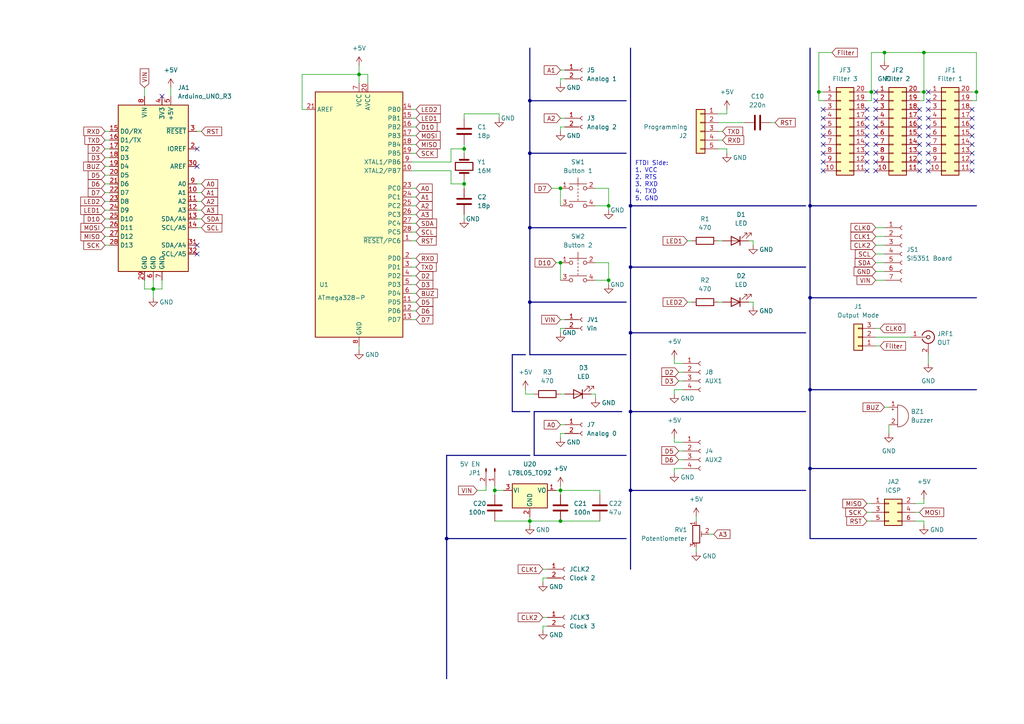
<source format=kicad_sch>
(kicad_sch (version 20211123) (generator eeschema)
  (paper "A4")
  (lib_symbols
    (symbol "Connector:Conn_01x02_Female" (pin_names (offset 1.016) hide)
      (property "Reference" "J" (at 0 2.54 0))
      (property "Value" "Conn_01x02_Female" (at 0 -5.08 0))
      (symbol "Conn_01x02_Female_1_1"
        (pin passive line (at -5.08 0 0) (length 3.81) (name "Pin_1") (number "1"))
        (pin passive line (at -5.08 -2.54 0) (length 3.81) (name "Pin_2") (number "2"))
      )
    )
    (symbol "Connector:Conn_01x02_Male" (pin_names (offset 1.016) hide)
      (property "Reference" "J" (at 0 2.54 0))
      (property "Value" "Conn_01x02_Male" (at 0 -5.08 0))
      (symbol "Conn_01x02_Male_1_1"
        (pin passive line (at 5.08 0 180) (length 3.81) (name "Pin_1") (number "1"))
        (pin passive line (at 5.08 -2.54 180) (length 3.81) (name "Pin_2") (number "2"))
      )
    )
    (symbol "Connector:Conn_01x04_Female" (pin_names (offset 1.016) hide)
      (property "Reference" "J" (at 0 5.08 0))
      (property "Value" "Conn_01x04_Female" (at 0 -7.62 0))
      (symbol "Conn_01x04_Female_1_1"
        (pin passive line (at -5.08 2.54 0) (length 3.81) (name "Pin_1") (number "1"))
        (pin passive line (at -5.08 0 0) (length 3.81) (name "Pin_2") (number "2"))
        (pin passive line (at -5.08 -2.54 0) (length 3.81) (name "Pin_3") (number "3"))
        (pin passive line (at -5.08 -5.08 0) (length 3.81) (name "Pin_4") (number "4"))
      )
    )
    (symbol "Connector:Conn_01x07_Female" (pin_names (offset 1.016) hide)
      (property "Reference" "J" (at 0 10.16 0))
      (property "Value" "Conn_01x07_Female" (at 0 -10.16 0))
      (symbol "Conn_01x07_Female_1_1"
        (pin passive line (at -5.08 7.62 0) (length 3.81) (name "Pin_1") (number "1"))
        (pin passive line (at -5.08 5.08 0) (length 3.81) (name "Pin_2") (number "2"))
        (pin passive line (at -5.08 2.54 0) (length 3.81) (name "Pin_3") (number "3"))
        (pin passive line (at -5.08 0 0) (length 3.81) (name "Pin_4") (number "4"))
        (pin passive line (at -5.08 -2.54 0) (length 3.81) (name "Pin_5") (number "5"))
        (pin passive line (at -5.08 -5.08 0) (length 3.81) (name "Pin_6") (number "6"))
        (pin passive line (at -5.08 -7.62 0) (length 3.81) (name "Pin_7") (number "7"))
      )
    )
    (symbol "Connector:Conn_Coaxial" (pin_names (offset 1.016) hide)
      (property "Reference" "J" (at 0.254 3.048 0))
      (property "Value" "Conn_Coaxial" (at 2.921 0 90))
      (symbol "Conn_Coaxial_1_1"
        (pin passive line (at -5.08 0 0) (length 2.54) (name "In") (number "1"))
        (pin passive line (at 0 -5.08 90) (length 2.54) (name "Ext") (number "2"))
      )
    )
    (symbol "Connector_Generic:Conn_01x03" (pin_names (offset 1.016) hide)
      (property "Reference" "J" (at 0 5.08 0))
      (property "Value" "Conn_01x03" (at 0 -5.08 0))
      (symbol "Conn_01x03_1_1"
        (pin passive line (at -5.08 2.54 0) (length 3.81) (name "Pin_1") (number "1"))
        (pin passive line (at -5.08 0 0) (length 3.81) (name "Pin_2") (number "2"))
        (pin passive line (at -5.08 -2.54 0) (length 3.81) (name "Pin_3") (number "3"))
      )
    )
    (symbol "Connector_Generic:Conn_01x05" (pin_names (offset 1.016) hide)
      (property "Reference" "J" (at 0 7.62 0))
      (property "Value" "Conn_01x05" (at 0 -7.62 0))
      (symbol "Conn_01x05_1_1"
        (pin passive line (at -5.08 5.08 0) (length 3.81) (name "Pin_1") (number "1"))
        (pin passive line (at -5.08 2.54 0) (length 3.81) (name "Pin_2") (number "2"))
        (pin passive line (at -5.08 0 0) (length 3.81) (name "Pin_3") (number "3"))
        (pin passive line (at -5.08 -2.54 0) (length 3.81) (name "Pin_4") (number "4"))
        (pin passive line (at -5.08 -5.08 0) (length 3.81) (name "Pin_5") (number "5"))
      )
    )
    (symbol "Connector_Generic:Conn_02x03_Odd_Even" (pin_names (offset 1.016) hide)
      (property "Reference" "J" (at 1.27 5.08 0))
      (property "Value" "Conn_02x03_Odd_Even" (at 1.27 -5.08 0))
      (symbol "Conn_02x03_Odd_Even_1_1"
        (pin passive line (at -5.08 2.54 0) (length 3.81) (name "Pin_1") (number "1"))
        (pin passive line (at 7.62 2.54 180) (length 3.81) (name "Pin_2") (number "2"))
        (pin passive line (at -5.08 0 0) (length 3.81) (name "Pin_3") (number "3"))
        (pin passive line (at 7.62 0 180) (length 3.81) (name "Pin_4") (number "4"))
        (pin passive line (at -5.08 -2.54 0) (length 3.81) (name "Pin_5") (number "5"))
        (pin passive line (at 7.62 -2.54 180) (length 3.81) (name "Pin_6") (number "6"))
      )
    )
    (symbol "Connector_Generic:Conn_02x10_Counter_Clockwise" (pin_names (offset 1.016) hide)
      (property "Reference" "J" (at 1.27 12.7 0))
      (property "Value" "Conn_02x10_Counter_Clockwise" (at 1.27 -15.24 0))
      (symbol "Conn_02x10_Counter_Clockwise_1_1"
        (pin passive line (at -5.08 10.16 0) (length 3.81) (name "Pin_1") (number "1"))
        (pin passive line (at -5.08 -12.7 0) (length 3.81) (name "Pin_10") (number "10"))
        (pin passive line (at 7.62 -12.7 180) (length 3.81) (name "Pin_11") (number "11"))
        (pin passive line (at 7.62 -10.16 180) (length 3.81) (name "Pin_12") (number "12"))
        (pin passive line (at 7.62 -7.62 180) (length 3.81) (name "Pin_13") (number "13"))
        (pin passive line (at 7.62 -5.08 180) (length 3.81) (name "Pin_14") (number "14"))
        (pin passive line (at 7.62 -2.54 180) (length 3.81) (name "Pin_15") (number "15"))
        (pin passive line (at 7.62 0 180) (length 3.81) (name "Pin_16") (number "16"))
        (pin passive line (at 7.62 2.54 180) (length 3.81) (name "Pin_17") (number "17"))
        (pin passive line (at 7.62 5.08 180) (length 3.81) (name "Pin_18") (number "18"))
        (pin passive line (at 7.62 7.62 180) (length 3.81) (name "Pin_19") (number "19"))
        (pin passive line (at -5.08 7.62 0) (length 3.81) (name "Pin_2") (number "2"))
        (pin passive line (at 7.62 10.16 180) (length 3.81) (name "Pin_20") (number "20"))
        (pin passive line (at -5.08 5.08 0) (length 3.81) (name "Pin_3") (number "3"))
        (pin passive line (at -5.08 2.54 0) (length 3.81) (name "Pin_4") (number "4"))
        (pin passive line (at -5.08 0 0) (length 3.81) (name "Pin_5") (number "5"))
        (pin passive line (at -5.08 -2.54 0) (length 3.81) (name "Pin_6") (number "6"))
        (pin passive line (at -5.08 -5.08 0) (length 3.81) (name "Pin_7") (number "7"))
        (pin passive line (at -5.08 -7.62 0) (length 3.81) (name "Pin_8") (number "8"))
        (pin passive line (at -5.08 -10.16 0) (length 3.81) (name "Pin_9") (number "9"))
      )
    )
    (symbol "Device:Buzzer" (pin_names (offset 0.0254) hide)
      (property "Reference" "BZ" (at 3.81 1.27 0))
      (property "Value" "Buzzer" (at 3.81 -1.27 0))
      (symbol "Buzzer_1_1"
        (pin passive line (at -2.54 2.54 0) (length 2.54) (name "-") (number "1"))
        (pin passive line (at -2.54 -2.54 0) (length 2.54) (name "+") (number "2"))
      )
    )
    (symbol "Device:C" (pin_numbers hide) (pin_names (offset 0.254))
      (property "Reference" "C" (at 0.635 2.54 0))
      (property "Value" "C" (at 0.635 -2.54 0))
      (symbol "C_1_1"
        (pin passive line (at 0 3.81 270) (length 2.794) (name "~") (number "1"))
        (pin passive line (at 0 -3.81 90) (length 2.794) (name "~") (number "2"))
      )
    )
    (symbol "Device:Crystal" (pin_numbers hide) (pin_names (offset 1.016) hide)
      (property "Reference" "Y" (at 0 3.81 0))
      (property "Value" "Crystal" (at 0 -3.81 0))
      (symbol "Crystal_1_1"
        (pin passive line (at -3.81 0 0) (length 1.27) (name "1") (number "1"))
        (pin passive line (at 3.81 0 180) (length 1.27) (name "2") (number "2"))
      )
    )
    (symbol "Device:LED" (pin_numbers hide) (pin_names (offset 1.016) hide)
      (property "Reference" "D" (at 0 2.54 0))
      (property "Value" "LED" (at 0 -2.54 0))
      (symbol "LED_1_1"
        (pin passive line (at -3.81 0 0) (length 2.54) (name "K") (number "1"))
        (pin passive line (at 3.81 0 180) (length 2.54) (name "A") (number "2"))
      )
    )
    (symbol "Device:R" (pin_numbers hide) (pin_names (offset 0))
      (property "Reference" "R" (at 2.032 0 90))
      (property "Value" "R" (at 0 0 90))
      (symbol "R_1_1"
        (pin passive line (at 0 3.81 270) (length 1.27) (name "~") (number "1"))
        (pin passive line (at 0 -3.81 90) (length 1.27) (name "~") (number "2"))
      )
    )
    (symbol "Device:R_Potentiometer_Trim" (pin_names (offset 1.016) hide)
      (property "Reference" "RV" (at -4.445 0 90))
      (property "Value" "R_Potentiometer_Trim" (at -2.54 0 90))
      (symbol "R_Potentiometer_Trim_1_1"
        (pin passive line (at 0 3.81 270) (length 1.27) (name "1") (number "1"))
        (pin passive line (at 3.81 0 180) (length 1.27) (name "2") (number "2"))
        (pin passive line (at 0 -3.81 90) (length 1.27) (name "3") (number "3"))
      )
    )
    (symbol "GND_1" (power) (pin_numbers hide) (pin_names (offset 0) hide)
      (property "Value" "GND_1" (at 0 -3.81 0))
      (symbol "GND_1_1_1"
        (pin power_in line (at 0 0 270) (length 0) hide (name "GND") (number "1"))
      )
    )
    (symbol "GND_2" (power) (pin_numbers hide) (pin_names (offset 0) hide)
      (property "Value" "GND_2" (at 0 -3.81 0))
      (symbol "GND_2_1_1"
        (pin power_in line (at 0 0 270) (length 0) hide (name "GND") (number "1"))
      )
    )
    (symbol "MCU_Microchip_ATmega:ATmega328-P"
      (property "Reference" "U" (at -12.7 36.83 0))
      (property "Value" "ATmega328-P" (at 2.54 -36.83 0))
      (symbol "ATmega328-P_1_1"
        (pin bidirectional line (at 15.24 -7.62 180) (length 2.54) (name "~{RESET}/PC6") (number "1"))
        (pin bidirectional line (at 15.24 12.7 180) (length 2.54) (name "XTAL2/PB7") (number "10"))
        (pin bidirectional line (at 15.24 -25.4 180) (length 2.54) (name "PD5") (number "11"))
        (pin bidirectional line (at 15.24 -27.94 180) (length 2.54) (name "PD6") (number "12"))
        (pin bidirectional line (at 15.24 -30.48 180) (length 2.54) (name "PD7") (number "13"))
        (pin bidirectional line (at 15.24 30.48 180) (length 2.54) (name "PB0") (number "14"))
        (pin bidirectional line (at 15.24 27.94 180) (length 2.54) (name "PB1") (number "15"))
        (pin bidirectional line (at 15.24 25.4 180) (length 2.54) (name "PB2") (number "16"))
        (pin bidirectional line (at 15.24 22.86 180) (length 2.54) (name "PB3") (number "17"))
        (pin bidirectional line (at 15.24 20.32 180) (length 2.54) (name "PB4") (number "18"))
        (pin bidirectional line (at 15.24 17.78 180) (length 2.54) (name "PB5") (number "19"))
        (pin bidirectional line (at 15.24 -12.7 180) (length 2.54) (name "PD0") (number "2"))
        (pin power_in line (at 2.54 38.1 270) (length 2.54) (name "AVCC") (number "20"))
        (pin passive line (at -15.24 30.48 0) (length 2.54) (name "AREF") (number "21"))
        (pin passive line (at 0 -38.1 90) (length 2.54) hide (name "GND") (number "22"))
        (pin bidirectional line (at 15.24 7.62 180) (length 2.54) (name "PC0") (number "23"))
        (pin bidirectional line (at 15.24 5.08 180) (length 2.54) (name "PC1") (number "24"))
        (pin bidirectional line (at 15.24 2.54 180) (length 2.54) (name "PC2") (number "25"))
        (pin bidirectional line (at 15.24 0 180) (length 2.54) (name "PC3") (number "26"))
        (pin bidirectional line (at 15.24 -2.54 180) (length 2.54) (name "PC4") (number "27"))
        (pin bidirectional line (at 15.24 -5.08 180) (length 2.54) (name "PC5") (number "28"))
        (pin bidirectional line (at 15.24 -15.24 180) (length 2.54) (name "PD1") (number "3"))
        (pin bidirectional line (at 15.24 -17.78 180) (length 2.54) (name "PD2") (number "4"))
        (pin bidirectional line (at 15.24 -20.32 180) (length 2.54) (name "PD3") (number "5"))
        (pin bidirectional line (at 15.24 -22.86 180) (length 2.54) (name "PD4") (number "6"))
        (pin power_in line (at 0 38.1 270) (length 2.54) (name "VCC") (number "7"))
        (pin power_in line (at 0 -38.1 90) (length 2.54) (name "GND") (number "8"))
        (pin bidirectional line (at 15.24 15.24 180) (length 2.54) (name "XTAL1/PB6") (number "9"))
      )
    )
    (symbol "MCU_Module:Arduino_UNO_R3"
      (property "Reference" "A" (at -10.16 23.495 0))
      (property "Value" "Arduino_UNO_R3" (at 5.08 -26.67 0))
      (symbol "Arduino_UNO_R3_1_1"
        (pin no_connect line (at -10.16 -20.32 0) (length 2.54) hide (name "NC") (number "1"))
        (pin bidirectional line (at 12.7 -2.54 180) (length 2.54) (name "A1") (number "10"))
        (pin bidirectional line (at 12.7 -5.08 180) (length 2.54) (name "A2") (number "11"))
        (pin bidirectional line (at 12.7 -7.62 180) (length 2.54) (name "A3") (number "12"))
        (pin bidirectional line (at 12.7 -10.16 180) (length 2.54) (name "SDA/A4") (number "13"))
        (pin bidirectional line (at 12.7 -12.7 180) (length 2.54) (name "SCL/A5") (number "14"))
        (pin bidirectional line (at -12.7 15.24 0) (length 2.54) (name "D0/RX") (number "15"))
        (pin bidirectional line (at -12.7 12.7 0) (length 2.54) (name "D1/TX") (number "16"))
        (pin bidirectional line (at -12.7 10.16 0) (length 2.54) (name "D2") (number "17"))
        (pin bidirectional line (at -12.7 7.62 0) (length 2.54) (name "D3") (number "18"))
        (pin bidirectional line (at -12.7 5.08 0) (length 2.54) (name "D4") (number "19"))
        (pin output line (at 12.7 10.16 180) (length 2.54) (name "IOREF") (number "2"))
        (pin bidirectional line (at -12.7 2.54 0) (length 2.54) (name "D5") (number "20"))
        (pin bidirectional line (at -12.7 0 0) (length 2.54) (name "D6") (number "21"))
        (pin bidirectional line (at -12.7 -2.54 0) (length 2.54) (name "D7") (number "22"))
        (pin bidirectional line (at -12.7 -5.08 0) (length 2.54) (name "D8") (number "23"))
        (pin bidirectional line (at -12.7 -7.62 0) (length 2.54) (name "D9") (number "24"))
        (pin bidirectional line (at -12.7 -10.16 0) (length 2.54) (name "D10") (number "25"))
        (pin bidirectional line (at -12.7 -12.7 0) (length 2.54) (name "D11") (number "26"))
        (pin bidirectional line (at -12.7 -15.24 0) (length 2.54) (name "D12") (number "27"))
        (pin bidirectional line (at -12.7 -17.78 0) (length 2.54) (name "D13") (number "28"))
        (pin power_in line (at -2.54 -27.94 90) (length 2.54) (name "GND") (number "29"))
        (pin input line (at 12.7 15.24 180) (length 2.54) (name "~{RESET}") (number "3"))
        (pin input line (at 12.7 5.08 180) (length 2.54) (name "AREF") (number "30"))
        (pin bidirectional line (at 12.7 -17.78 180) (length 2.54) (name "SDA/A4") (number "31"))
        (pin bidirectional line (at 12.7 -20.32 180) (length 2.54) (name "SCL/A5") (number "32"))
        (pin power_out line (at 2.54 25.4 270) (length 2.54) (name "3V3") (number "4"))
        (pin power_out line (at 5.08 25.4 270) (length 2.54) (name "+5V") (number "5"))
        (pin power_in line (at 0 -27.94 90) (length 2.54) (name "GND") (number "6"))
        (pin power_in line (at 2.54 -27.94 90) (length 2.54) (name "GND") (number "7"))
        (pin power_in line (at -2.54 25.4 270) (length 2.54) (name "VIN") (number "8"))
        (pin bidirectional line (at 12.7 0 180) (length 2.54) (name "A0") (number "9"))
      )
    )
    (symbol "Regulator_Linear:L78L05_TO92" (pin_names (offset 0.254))
      (property "Reference" "U" (at -3.81 3.175 0))
      (property "Value" "L78L05_TO92" (at 0 3.175 0))
      (symbol "L78L05_TO92_1_1"
        (pin power_out line (at 7.62 0 180) (length 2.54) (name "VO") (number "1"))
        (pin power_in line (at 0 -7.62 90) (length 2.54) (name "GND") (number "2"))
        (pin power_in line (at -7.62 0 0) (length 2.54) (name "VI") (number "3"))
      )
    )
    (symbol "Switch:SW_Push_Dual" (pin_names (offset 1.016) hide)
      (property "Reference" "SW" (at 1.27 2.54 0))
      (property "Value" "SW_Push_Dual" (at 0 -6.858 0))
      (symbol "SW_Push_Dual_0_1"
        (pin passive line (at -5.08 0 0) (length 2.54) (name "1") (number "1"))
        (pin passive line (at 5.08 0 180) (length 2.54) (name "2") (number "2"))
        (pin passive line (at -5.08 -5.08 0) (length 2.54) (name "3") (number "3"))
        (pin passive line (at 5.08 -5.08 180) (length 2.54) (name "4") (number "4"))
      )
    )
    (symbol "power:+5V" (power) (pin_numbers hide) (pin_names (offset 0) hide)
      (property "Value" "+5V" (at 0 3.556 0))
      (symbol "+5V_1_1"
        (pin power_in line (at 0 0 90) (length 0) hide (name "+5V") (number "1"))
      )
    )
    (symbol "power:GND" (power) (pin_names (offset 0))
      (property "Value" "GND" (at 0 -3.81 0))
      (symbol "GND_1_1"
        (pin power_in line (at 0 0 270) (length 0) hide (name "GND") (number "1"))
      )
    )
  )
  (junction (at 44.45 83.82))
  (junction (at 162.56 54.61))
  (junction (at 162.56 76.2))
  (junction (at 267.97 26.67))
  (junction (at 234.95 113.03))
  (junction (at 234.95 86.36))
  (junction (at 143.51 142.24))
  (junction (at 153.67 87.63))
  (junction (at 182.88 59.69))
  (junction (at 267.97 15.24))
  (junction (at 176.53 59.69))
  (junction (at 182.88 77.47))
  (junction (at 153.67 44.45))
  (junction (at 104.14 21.59))
  (junction (at 256.54 15.24))
  (junction (at 182.88 142.24))
  (junction (at 182.88 96.52))
  (junction (at 134.62 43.18))
  (junction (at 129.54 156.21))
  (junction (at 182.88 119.38))
  (junction (at 153.67 151.13))
  (junction (at 237.49 26.67))
  (junction (at 234.95 59.69))
  (junction (at 283.21 26.67))
  (junction (at 153.67 66.04))
  (junction (at 153.67 29.21))
  (junction (at 134.62 53.34))
  (junction (at 234.95 135.89))
  (junction (at 162.56 151.13))
  (junction (at 176.53 81.28))
  (junction (at 252.73 26.67))
  (junction (at 162.56 142.24))
  (no_connect (at 238.76 36.83))
  (no_connect (at 254 34.29))
  (no_connect (at 251.46 49.53))
  (no_connect (at 254 49.53))
  (no_connect (at 266.7 49.53))
  (no_connect (at 269.24 49.53))
  (no_connect (at 281.94 49.53))
  (no_connect (at 238.76 49.53))
  (no_connect (at 254 46.99))
  (no_connect (at 251.46 36.83))
  (no_connect (at 266.7 41.91))
  (no_connect (at 254 36.83))
  (no_connect (at 254 26.67))
  (no_connect (at 238.76 41.91))
  (no_connect (at 254 44.45))
  (no_connect (at 266.7 36.83))
  (no_connect (at 238.76 31.75))
  (no_connect (at 238.76 34.29))
  (no_connect (at 251.46 39.37))
  (no_connect (at 238.76 46.99))
  (no_connect (at 251.46 31.75))
  (no_connect (at 266.7 46.99))
  (no_connect (at 46.99 27.94))
  (no_connect (at 251.46 46.99))
  (no_connect (at 266.7 31.75))
  (no_connect (at 238.76 39.37))
  (no_connect (at 266.7 44.45))
  (no_connect (at 266.7 34.29))
  (no_connect (at 251.46 34.29))
  (no_connect (at 254 29.21))
  (no_connect (at 57.15 43.18))
  (no_connect (at 57.15 48.26))
  (no_connect (at 251.46 41.91))
  (no_connect (at 254 41.91))
  (no_connect (at 266.7 39.37))
  (no_connect (at 251.46 44.45))
  (no_connect (at 57.15 71.12))
  (no_connect (at 57.15 73.66))
  (no_connect (at 238.76 44.45))
  (no_connect (at 269.24 39.37))
  (no_connect (at 269.24 44.45))
  (no_connect (at 269.24 41.91))
  (no_connect (at 269.24 36.83))
  (no_connect (at 269.24 46.99))
  (no_connect (at 269.24 29.21))
  (no_connect (at 269.24 26.67))
  (no_connect (at 269.24 31.75))
  (no_connect (at 269.24 34.29))
  (no_connect (at 281.94 46.99))
  (no_connect (at 281.94 39.37))
  (no_connect (at 281.94 44.45))
  (no_connect (at 281.94 36.83))
  (no_connect (at 281.94 41.91))
  (no_connect (at 281.94 31.75))
  (no_connect (at 281.94 34.29))
  (no_connect (at 254 31.75))
  (no_connect (at 254 39.37))
  (wire (pts (xy 162.56 20.32) (xy 163.83 20.32)))
  (bus (pts (xy 182.88 119.38) (xy 182.88 142.24)))
  (wire (pts (xy 157.48 167.64) (xy 157.48 168.91)))
  (wire (pts (xy 217.17 87.63) (xy 218.44 87.63)))
  (bus (pts (xy 148.59 119.38) (xy 153.67 119.38)))
  (wire (pts (xy 237.49 26.67) (xy 238.76 26.67)))
  (wire (pts (xy 210.82 33.02) (xy 210.82 31.75)))
  (wire (pts (xy 172.72 54.61) (xy 176.53 54.61)))
  (bus (pts (xy 182.88 142.24) (xy 182.88 165.1)))
  (wire (pts (xy 218.44 87.63) (xy 218.44 88.9)))
  (wire (pts (xy 30.48 50.8) (xy 31.75 50.8)))
  (bus (pts (xy 153.67 29.21) (xy 181.61 29.21)))
  (wire (pts (xy 57.15 63.5) (xy 58.42 63.5)))
  (wire (pts (xy 130.81 49.53) (xy 130.81 53.34)))
  (wire (pts (xy 44.45 83.82) (xy 44.45 81.28)))
  (bus (pts (xy 153.67 132.08) (xy 129.54 132.08)))
  (wire (pts (xy 162.56 151.13) (xy 173.99 151.13)))
  (bus (pts (xy 153.67 66.04) (xy 153.67 87.63)))
  (wire (pts (xy 162.56 36.83) (xy 162.56 38.1)))
  (wire (pts (xy 152.4 114.3) (xy 154.94 114.3)))
  (bus (pts (xy 154.94 132.08) (xy 181.61 132.08)))
  (wire (pts (xy 158.75 167.64) (xy 157.48 167.64)))
  (wire (pts (xy 119.38 64.77) (xy 120.65 64.77)))
  (wire (pts (xy 265.43 146.05) (xy 267.97 146.05)))
  (bus (pts (xy 153.67 87.63) (xy 153.67 102.87)))
  (wire (pts (xy 201.93 158.75) (xy 201.93 160.02)))
  (wire (pts (xy 119.38 77.47) (xy 120.65 77.47)))
  (wire (pts (xy 30.48 38.1) (xy 31.75 38.1)))
  (wire (pts (xy 46.99 83.82) (xy 44.45 83.82)))
  (wire (pts (xy 162.56 142.24) (xy 162.56 143.51)))
  (bus (pts (xy 234.95 86.36) (xy 283.21 86.36)))
  (wire (pts (xy 199.39 69.85) (xy 200.66 69.85)))
  (bus (pts (xy 182.88 142.24) (xy 233.68 142.24)))
  (wire (pts (xy 57.15 55.88) (xy 58.42 55.88)))
  (wire (pts (xy 119.38 92.71) (xy 120.65 92.71)))
  (wire (pts (xy 172.72 59.69) (xy 176.53 59.69)))
  (wire (pts (xy 162.56 76.2) (xy 162.56 81.28)))
  (wire (pts (xy 119.38 49.53) (xy 130.81 49.53)))
  (wire (pts (xy 283.21 26.67) (xy 283.21 15.24)))
  (wire (pts (xy 195.58 105.41) (xy 195.58 104.14)))
  (bus (pts (xy 234.95 135.89) (xy 234.95 156.21)))
  (wire (pts (xy 119.38 85.09) (xy 120.65 85.09)))
  (wire (pts (xy 254 81.28) (xy 256.54 81.28)))
  (wire (pts (xy 218.44 69.85) (xy 218.44 71.12)))
  (bus (pts (xy 234.95 86.36) (xy 234.95 113.03)))
  (wire (pts (xy 208.28 40.64) (xy 209.55 40.64)))
  (wire (pts (xy 134.62 44.45) (xy 134.62 43.18)))
  (wire (pts (xy 49.53 25.4) (xy 49.53 27.94)))
  (wire (pts (xy 160.02 54.61) (xy 162.56 54.61)))
  (wire (pts (xy 30.48 43.18) (xy 31.75 43.18)))
  (bus (pts (xy 148.59 102.87) (xy 148.59 119.38)))
  (wire (pts (xy 208.28 43.18) (xy 210.82 43.18)))
  (wire (pts (xy 162.56 123.19) (xy 163.83 123.19)))
  (bus (pts (xy 182.88 13.97) (xy 182.88 59.69)))
  (wire (pts (xy 237.49 15.24) (xy 237.49 26.67)))
  (wire (pts (xy 254 95.25) (xy 255.27 95.25)))
  (bus (pts (xy 182.88 77.47) (xy 233.68 77.47)))
  (wire (pts (xy 153.67 149.86) (xy 153.67 151.13)))
  (wire (pts (xy 195.58 113.03) (xy 195.58 114.3)))
  (wire (pts (xy 134.62 62.23) (xy 134.62 63.5)))
  (wire (pts (xy 87.63 31.75) (xy 87.63 21.59)))
  (wire (pts (xy 251.46 148.59) (xy 252.73 148.59)))
  (wire (pts (xy 173.99 143.51) (xy 173.99 142.24)))
  (wire (pts (xy 44.45 83.82) (xy 44.45 86.36)))
  (wire (pts (xy 119.38 82.55) (xy 120.65 82.55)))
  (wire (pts (xy 176.53 54.61) (xy 176.53 59.69)))
  (wire (pts (xy 172.72 114.3) (xy 172.72 115.57)))
  (wire (pts (xy 237.49 29.21) (xy 237.49 26.67)))
  (bus (pts (xy 153.67 44.45) (xy 181.61 44.45)))
  (wire (pts (xy 195.58 128.27) (xy 195.58 127)))
  (wire (pts (xy 256.54 118.11) (xy 257.81 118.11)))
  (wire (pts (xy 176.53 76.2) (xy 176.53 81.28)))
  (wire (pts (xy 223.52 35.56) (xy 224.79 35.56)))
  (wire (pts (xy 254 100.33) (xy 255.27 100.33)))
  (wire (pts (xy 267.97 26.67) (xy 266.7 26.67)))
  (wire (pts (xy 161.29 76.2) (xy 162.56 76.2)))
  (wire (pts (xy 104.14 100.33) (xy 104.14 101.6)))
  (wire (pts (xy 88.9 31.75) (xy 87.63 31.75)))
  (wire (pts (xy 254 73.66) (xy 256.54 73.66)))
  (wire (pts (xy 162.56 125.73) (xy 162.56 127)))
  (wire (pts (xy 252.73 29.21) (xy 252.73 26.67)))
  (wire (pts (xy 119.38 44.45) (xy 120.65 44.45)))
  (wire (pts (xy 104.14 19.05) (xy 104.14 21.59)))
  (wire (pts (xy 143.51 151.13) (xy 153.67 151.13)))
  (wire (pts (xy 41.91 83.82) (xy 44.45 83.82)))
  (bus (pts (xy 153.67 102.87) (xy 181.61 102.87)))
  (wire (pts (xy 134.62 34.29) (xy 134.62 33.02)))
  (bus (pts (xy 153.67 87.63) (xy 181.61 87.63)))
  (wire (pts (xy 158.75 181.61) (xy 157.48 181.61)))
  (wire (pts (xy 30.48 55.88) (xy 31.75 55.88)))
  (wire (pts (xy 172.72 76.2) (xy 176.53 76.2)))
  (wire (pts (xy 143.51 142.24) (xy 143.51 143.51)))
  (wire (pts (xy 196.85 130.81) (xy 198.12 130.81)))
  (wire (pts (xy 157.48 181.61) (xy 157.48 182.88)))
  (wire (pts (xy 254 76.2) (xy 256.54 76.2)))
  (wire (pts (xy 208.28 38.1) (xy 209.55 38.1)))
  (bus (pts (xy 153.67 44.45) (xy 153.67 66.04)))
  (bus (pts (xy 234.95 135.89) (xy 283.21 135.89)))
  (wire (pts (xy 252.73 15.24) (xy 256.54 15.24)))
  (bus (pts (xy 129.54 132.08) (xy 129.54 156.21)))
  (wire (pts (xy 134.62 43.18) (xy 130.81 43.18)))
  (wire (pts (xy 208.28 87.63) (xy 209.55 87.63)))
  (wire (pts (xy 162.56 92.71) (xy 163.83 92.71)))
  (wire (pts (xy 30.48 71.12) (xy 31.75 71.12)))
  (bus (pts (xy 234.95 113.03) (xy 234.95 135.89)))
  (wire (pts (xy 140.97 142.24) (xy 138.43 142.24)))
  (wire (pts (xy 119.38 39.37) (xy 120.65 39.37)))
  (bus (pts (xy 234.95 156.21) (xy 283.21 156.21)))
  (bus (pts (xy 129.54 156.21) (xy 129.54 196.85)))
  (bus (pts (xy 182.88 96.52) (xy 182.88 119.38)))
  (bus (pts (xy 153.67 29.21) (xy 153.67 44.45)))
  (wire (pts (xy 198.12 135.89) (xy 195.58 135.89)))
  (wire (pts (xy 267.97 29.21) (xy 267.97 26.67)))
  (wire (pts (xy 119.38 54.61) (xy 120.65 54.61)))
  (wire (pts (xy 119.38 31.75) (xy 120.65 31.75)))
  (bus (pts (xy 182.88 77.47) (xy 182.88 96.52)))
  (wire (pts (xy 267.97 152.4) (xy 267.97 151.13)))
  (wire (pts (xy 267.97 26.67) (xy 267.97 15.24)))
  (wire (pts (xy 171.45 114.3) (xy 172.72 114.3)))
  (wire (pts (xy 30.48 60.96) (xy 31.75 60.96)))
  (wire (pts (xy 195.58 135.89) (xy 195.58 137.16)))
  (wire (pts (xy 176.53 59.69) (xy 176.53 60.96)))
  (wire (pts (xy 134.62 53.34) (xy 134.62 54.61)))
  (wire (pts (xy 119.38 62.23) (xy 120.65 62.23)))
  (wire (pts (xy 130.81 43.18) (xy 130.81 46.99)))
  (wire (pts (xy 119.38 80.01) (xy 120.65 80.01)))
  (wire (pts (xy 119.38 90.17) (xy 120.65 90.17)))
  (bus (pts (xy 182.88 59.69) (xy 233.68 59.69)))
  (wire (pts (xy 153.67 151.13) (xy 153.67 152.4)))
  (wire (pts (xy 119.38 46.99) (xy 130.81 46.99)))
  (bus (pts (xy 153.67 13.97) (xy 153.67 29.21)))
  (wire (pts (xy 196.85 107.95) (xy 198.12 107.95)))
  (wire (pts (xy 198.12 105.41) (xy 195.58 105.41)))
  (wire (pts (xy 210.82 43.18) (xy 210.82 44.45)))
  (wire (pts (xy 119.38 59.69) (xy 120.65 59.69)))
  (wire (pts (xy 241.3 15.24) (xy 237.49 15.24)))
  (wire (pts (xy 267.97 15.24) (xy 256.54 15.24)))
  (wire (pts (xy 162.56 114.3) (xy 163.83 114.3)))
  (wire (pts (xy 208.28 35.56) (xy 215.9 35.56)))
  (wire (pts (xy 143.51 142.24) (xy 146.05 142.24)))
  (wire (pts (xy 57.15 53.34) (xy 58.42 53.34)))
  (wire (pts (xy 217.17 69.85) (xy 218.44 69.85)))
  (bus (pts (xy 234.95 59.69) (xy 234.95 86.36)))
  (wire (pts (xy 30.48 40.64) (xy 31.75 40.64)))
  (wire (pts (xy 162.56 95.25) (xy 162.56 96.52)))
  (bus (pts (xy 129.54 156.21) (xy 181.61 156.21)))
  (wire (pts (xy 281.94 29.21) (xy 283.21 29.21)))
  (bus (pts (xy 182.88 96.52) (xy 233.68 96.52)))
  (wire (pts (xy 30.48 53.34) (xy 31.75 53.34)))
  (wire (pts (xy 57.15 60.96) (xy 58.42 60.96)))
  (wire (pts (xy 41.91 25.4) (xy 41.91 27.94)))
  (wire (pts (xy 119.38 34.29) (xy 120.65 34.29)))
  (wire (pts (xy 254 66.04) (xy 256.54 66.04)))
  (wire (pts (xy 162.56 34.29) (xy 163.83 34.29)))
  (wire (pts (xy 140.97 140.97) (xy 140.97 142.24)))
  (wire (pts (xy 198.12 113.03) (xy 195.58 113.03)))
  (wire (pts (xy 208.28 69.85) (xy 209.55 69.85)))
  (wire (pts (xy 162.56 142.24) (xy 162.56 140.97)))
  (wire (pts (xy 163.83 95.25) (xy 162.56 95.25)))
  (bus (pts (xy 154.94 119.38) (xy 154.94 132.08)))
  (wire (pts (xy 257.81 123.19) (xy 257.81 125.73)))
  (wire (pts (xy 30.48 66.04) (xy 31.75 66.04)))
  (wire (pts (xy 254 97.79) (xy 264.16 97.79)))
  (wire (pts (xy 119.38 69.85) (xy 120.65 69.85)))
  (wire (pts (xy 251.46 29.21) (xy 252.73 29.21)))
  (wire (pts (xy 256.54 17.78) (xy 256.54 15.24)))
  (wire (pts (xy 130.81 53.34) (xy 134.62 53.34)))
  (bus (pts (xy 152.4 102.87) (xy 148.59 102.87)))
  (wire (pts (xy 199.39 87.63) (xy 200.66 87.63)))
  (wire (pts (xy 30.48 48.26) (xy 31.75 48.26)))
  (wire (pts (xy 283.21 15.24) (xy 267.97 15.24)))
  (wire (pts (xy 267.97 151.13) (xy 265.43 151.13)))
  (wire (pts (xy 106.68 24.13) (xy 106.68 21.59)))
  (wire (pts (xy 163.83 36.83) (xy 162.56 36.83)))
  (wire (pts (xy 162.56 22.86) (xy 162.56 24.13)))
  (bus (pts (xy 182.88 119.38) (xy 233.68 119.38)))
  (wire (pts (xy 106.68 21.59) (xy 104.14 21.59)))
  (wire (pts (xy 265.43 148.59) (xy 266.7 148.59)))
  (wire (pts (xy 269.24 102.87) (xy 269.24 105.41)))
  (wire (pts (xy 251.46 151.13) (xy 252.73 151.13)))
  (wire (pts (xy 252.73 15.24) (xy 252.73 26.67)))
  (bus (pts (xy 182.88 59.69) (xy 182.88 77.47)))
  (wire (pts (xy 283.21 26.67) (xy 281.94 26.67)))
  (wire (pts (xy 152.4 114.3) (xy 152.4 113.03)))
  (wire (pts (xy 201.93 149.86) (xy 201.93 151.13)))
  (bus (pts (xy 234.95 13.97) (xy 234.95 59.69)))
  (wire (pts (xy 254 71.12) (xy 256.54 71.12)))
  (wire (pts (xy 198.12 128.27) (xy 195.58 128.27)))
  (wire (pts (xy 162.56 54.61) (xy 162.56 59.69)))
  (wire (pts (xy 143.51 140.97) (xy 143.51 142.24)))
  (wire (pts (xy 104.14 21.59) (xy 104.14 24.13)))
  (wire (pts (xy 283.21 29.21) (xy 283.21 26.67)))
  (wire (pts (xy 157.48 179.07) (xy 158.75 179.07)))
  (wire (pts (xy 163.83 125.73) (xy 162.56 125.73)))
  (wire (pts (xy 251.46 146.05) (xy 252.73 146.05)))
  (wire (pts (xy 267.97 146.05) (xy 267.97 144.78)))
  (wire (pts (xy 46.99 81.28) (xy 46.99 83.82)))
  (bus (pts (xy 283.21 59.69) (xy 234.95 59.69)))
  (wire (pts (xy 254 68.58) (xy 256.54 68.58)))
  (wire (pts (xy 161.29 142.24) (xy 162.56 142.24)))
  (wire (pts (xy 196.85 133.35) (xy 198.12 133.35)))
  (wire (pts (xy 30.48 68.58) (xy 31.75 68.58)))
  (wire (pts (xy 208.28 33.02) (xy 210.82 33.02)))
  (wire (pts (xy 176.53 81.28) (xy 176.53 82.55)))
  (wire (pts (xy 172.72 81.28) (xy 176.53 81.28)))
  (wire (pts (xy 119.38 74.93) (xy 120.65 74.93)))
  (wire (pts (xy 119.38 67.31) (xy 120.65 67.31)))
  (wire (pts (xy 119.38 36.83) (xy 120.65 36.83)))
  (wire (pts (xy 119.38 57.15) (xy 120.65 57.15)))
  (wire (pts (xy 196.85 110.49) (xy 198.12 110.49)))
  (wire (pts (xy 87.63 21.59) (xy 104.14 21.59)))
  (wire (pts (xy 30.48 63.5) (xy 31.75 63.5)))
  (wire (pts (xy 205.74 154.94) (xy 207.01 154.94)))
  (wire (pts (xy 252.73 26.67) (xy 251.46 26.67)))
  (wire (pts (xy 134.62 53.34) (xy 134.62 52.07)))
  (wire (pts (xy 134.62 41.91) (xy 134.62 43.18)))
  (wire (pts (xy 238.76 29.21) (xy 237.49 29.21)))
  (wire (pts (xy 119.38 87.63) (xy 120.65 87.63)))
  (wire (pts (xy 157.48 165.1) (xy 158.75 165.1)))
  (wire (pts (xy 30.48 45.72) (xy 31.75 45.72)))
  (wire (pts (xy 41.91 81.28) (xy 41.91 83.82)))
  (wire (pts (xy 134.62 33.02) (xy 144.78 33.02)))
  (wire (pts (xy 163.83 22.86) (xy 162.56 22.86)))
  (wire (pts (xy 57.15 58.42) (xy 58.42 58.42)))
  (wire (pts (xy 119.38 41.91) (xy 120.65 41.91)))
  (wire (pts (xy 144.78 33.02) (xy 144.78 34.29)))
  (wire (pts (xy 266.7 29.21) (xy 267.97 29.21)))
  (wire (pts (xy 153.67 151.13) (xy 162.56 151.13)))
  (wire (pts (xy 254 78.74) (xy 256.54 78.74)))
  (bus (pts (xy 234.95 113.03) (xy 283.21 113.03)))
  (bus (pts (xy 153.67 66.04) (xy 181.61 66.04)))
  (wire (pts (xy 57.15 38.1) (xy 58.42 38.1)))
  (bus (pts (xy 154.94 119.38) (xy 180.34 119.38)))
  (wire (pts (xy 30.48 58.42) (xy 31.75 58.42)))
  (wire (pts (xy 57.15 66.04) (xy 58.42 66.04)))
  (wire (pts (xy 173.99 142.24) (xy 162.56 142.24)))
  (text "FTDI Side:\n1. VCC\n2. RTS\n3. RXD\n4. TXD\n5. GND" (at 184.15 58.42 0) (effects (font (size 1.27 1.27)) (justify left bottom)))
  (global_label "D6" (shape input) (at 30.48 53.34 180) (property "Intersheet References" "${INTERSHEET_REFS}" (effects hide)))
  (global_label "A2" (shape input) (at 162.56 34.29 180) (property "Intersheet References" "${INTERSHEET_REFS}" (effects hide)))
  (global_label "RST" (shape input) (at 120.65 69.85 0) (property "Intersheet References" "${INTERSHEET_REFS}" (effects hide)))
  (global_label "SCK" (shape input) (at 251.46 148.59 180) (property "Intersheet References" "${INTERSHEET_REFS}" (effects hide)))
  (global_label "SDA" (shape input) (at 120.65 64.77 0) (property "Intersheet References" "${INTERSHEET_REFS}" (effects hide)))
  (global_label "RST" (shape input) (at 251.46 151.13 180) (property "Intersheet References" "${INTERSHEET_REFS}" (effects hide)))
  (global_label "MOSI" (shape input) (at 30.48 66.04 180) (property "Intersheet References" "${INTERSHEET_REFS}" (effects hide)))
  (global_label "D5" (shape input) (at 196.85 130.81 180) (property "Intersheet References" "${INTERSHEET_REFS}" (effects hide)))
  (global_label "CLK1" (shape input) (at 254 68.58 180) (property "Intersheet References" "${INTERSHEET_REFS}" (effects hide)))
  (global_label "SCK" (shape input) (at 30.48 71.12 180) (property "Intersheet References" "${INTERSHEET_REFS}" (effects hide)))
  (global_label "A1" (shape input) (at 120.65 57.15 0) (property "Intersheet References" "${INTERSHEET_REFS}" (effects hide)))
  (global_label "RXD" (shape input) (at 30.48 38.1 180) (property "Intersheet References" "${INTERSHEET_REFS}" (effects hide)))
  (global_label "SCL" (shape input) (at 58.42 66.04 0) (property "Intersheet References" "${INTERSHEET_REFS}" (effects hide)))
  (global_label "LED2" (shape input) (at 199.39 87.63 180) (property "Intersheet References" "${INTERSHEET_REFS}" (effects hide)))
  (global_label "RST" (shape input) (at 58.42 38.1 0) (property "Intersheet References" "${INTERSHEET_REFS}" (effects hide)))
  (global_label "SCL" (shape input) (at 254 73.66 180) (property "Intersheet References" "${INTERSHEET_REFS}" (effects hide)))
  (global_label "CLK0" (shape input) (at 255.27 95.25 0) (property "Intersheet References" "${INTERSHEET_REFS}" (effects hide)))
  (global_label "RST" (shape input) (at 224.79 35.56 0) (property "Intersheet References" "${INTERSHEET_REFS}" (effects hide)))
  (global_label "D7" (shape input) (at 30.48 55.88 180) (property "Intersheet References" "${INTERSHEET_REFS}" (effects hide)))
  (global_label "BUZ" (shape input) (at 256.54 118.11 180) (property "Intersheet References" "${INTERSHEET_REFS}" (effects hide)))
  (global_label "D7" (shape input) (at 120.65 92.71 0) (property "Intersheet References" "${INTERSHEET_REFS}" (effects hide)))
  (global_label "MOSI" (shape input) (at 266.7 148.59 0) (property "Intersheet References" "${INTERSHEET_REFS}" (effects hide)))
  (global_label "CLK0" (shape input) (at 254 66.04 180) (property "Intersheet References" "${INTERSHEET_REFS}" (effects hide)))
  (global_label "A2" (shape input) (at 120.65 59.69 0) (property "Intersheet References" "${INTERSHEET_REFS}" (effects hide)))
  (global_label "A0" (shape input) (at 162.56 123.19 180) (property "Intersheet References" "${INTERSHEET_REFS}" (effects hide)))
  (global_label "MISO" (shape input) (at 120.65 41.91 0) (property "Intersheet References" "${INTERSHEET_REFS}" (effects hide)))
  (global_label "A1" (shape input) (at 162.56 20.32 180) (property "Intersheet References" "${INTERSHEET_REFS}" (effects hide)))
  (global_label "SDA" (shape input) (at 58.42 63.5 0) (property "Intersheet References" "${INTERSHEET_REFS}" (effects hide)))
  (global_label "A3" (shape input) (at 207.01 154.94 0) (property "Intersheet References" "${INTERSHEET_REFS}" (effects hide)))
  (global_label "BUZ" (shape input) (at 120.65 85.09 0) (property "Intersheet References" "${INTERSHEET_REFS}" (effects hide)))
  (global_label "LED1" (shape input) (at 199.39 69.85 180) (property "Intersheet References" "${INTERSHEET_REFS}" (effects hide)))
  (global_label "D2" (shape input) (at 30.48 43.18 180) (property "Intersheet References" "${INTERSHEET_REFS}" (effects hide)))
  (global_label "CLK2" (shape input) (at 157.48 179.07 180) (property "Intersheet References" "${INTERSHEET_REFS}" (effects hide)))
  (global_label "CLK1" (shape input) (at 157.48 165.1 180) (property "Intersheet References" "${INTERSHEET_REFS}" (effects hide)))
  (global_label "RXD" (shape input) (at 209.55 40.64 0) (property "Intersheet References" "${INTERSHEET_REFS}" (effects hide)))
  (global_label "MOSI" (shape input) (at 120.65 39.37 0) (property "Intersheet References" "${INTERSHEET_REFS}" (effects hide)))
  (global_label "VIN" (shape input) (at 41.91 25.4 90) (property "Intersheet References" "${INTERSHEET_REFS}" (effects hide)))
  (global_label "A1" (shape input) (at 58.42 55.88 0) (property "Intersheet References" "${INTERSHEET_REFS}" (effects hide)))
  (global_label "CLK2" (shape input) (at 254 71.12 180) (property "Intersheet References" "${INTERSHEET_REFS}" (effects hide)))
  (global_label "GND" (shape input) (at 254 78.74 180) (property "Intersheet References" "${INTERSHEET_REFS}" (effects hide)))
  (global_label "SDA" (shape input) (at 254 76.2 180) (property "Intersheet References" "${INTERSHEET_REFS}" (effects hide)))
  (global_label "D5" (shape input) (at 120.65 87.63 0) (property "Intersheet References" "${INTERSHEET_REFS}" (effects hide)))
  (global_label "VIN" (shape input) (at 162.56 92.71 180) (property "Intersheet References" "${INTERSHEET_REFS}" (effects hide)))
  (global_label "D2" (shape input) (at 196.85 107.95 180) (property "Intersheet References" "${INTERSHEET_REFS}" (effects hide)))
  (global_label "TXD" (shape input) (at 209.55 38.1 0) (property "Intersheet References" "${INTERSHEET_REFS}" (effects hide)))
  (global_label "Filter" (shape input) (at 241.3 15.24 0) (property "Intersheet References" "${INTERSHEET_REFS}" (effects hide)))
  (global_label "BUZ" (shape input) (at 30.48 48.26 180) (property "Intersheet References" "${INTERSHEET_REFS}" (effects hide)))
  (global_label "D10" (shape input) (at 161.29 76.2 180) (property "Intersheet References" "${INTERSHEET_REFS}" (effects hide)))
  (global_label "D3" (shape input) (at 196.85 110.49 180) (property "Intersheet References" "${INTERSHEET_REFS}" (effects hide)))
  (global_label "D7" (shape input) (at 160.02 54.61 180) (property "Intersheet References" "${INTERSHEET_REFS}" (effects hide)))
  (global_label "A2" (shape input) (at 58.42 58.42 0) (property "Intersheet References" "${INTERSHEET_REFS}" (effects hide)))
  (global_label "D5" (shape input) (at 30.48 50.8 180) (property "Intersheet References" "${INTERSHEET_REFS}" (effects hide)))
  (global_label "Filter" (shape input) (at 255.27 100.33 0) (property "Intersheet References" "${INTERSHEET_REFS}" (effects hide)))
  (global_label "D10" (shape input) (at 120.65 36.83 0) (property "Intersheet References" "${INTERSHEET_REFS}" (effects hide)))
  (global_label "MISO" (shape input) (at 251.46 146.05 180) (property "Intersheet References" "${INTERSHEET_REFS}" (effects hide)))
  (global_label "D10" (shape input) (at 30.48 63.5 180) (property "Intersheet References" "${INTERSHEET_REFS}" (effects hide)))
  (global_label "LED1" (shape input) (at 30.48 60.96 180) (property "Intersheet References" "${INTERSHEET_REFS}" (effects hide)))
  (global_label "A3" (shape input) (at 120.65 62.23 0) (property "Intersheet References" "${INTERSHEET_REFS}" (effects hide)))
  (global_label "D6" (shape input) (at 196.85 133.35 180) (property "Intersheet References" "${INTERSHEET_REFS}" (effects hide)))
  (global_label "RXD" (shape input) (at 120.65 74.93 0) (property "Intersheet References" "${INTERSHEET_REFS}" (effects hide)))
  (global_label "LED2" (shape input) (at 120.65 31.75 0) (property "Intersheet References" "${INTERSHEET_REFS}" (effects hide)))
  (global_label "VIN" (shape input) (at 254 81.28 180) (property "Intersheet References" "${INTERSHEET_REFS}" (effects hide)))
  (global_label "TXD" (shape input) (at 120.65 77.47 0) (property "Intersheet References" "${INTERSHEET_REFS}" (effects hide)))
  (global_label "LED2" (shape input) (at 30.48 58.42 180) (property "Intersheet References" "${INTERSHEET_REFS}" (effects hide)))
  (global_label "VIN" (shape input) (at 138.43 142.24 180) (property "Intersheet References" "${INTERSHEET_REFS}" (effects hide)))
  (global_label "D3" (shape input) (at 120.65 82.55 0) (property "Intersheet References" "${INTERSHEET_REFS}" (effects hide)))
  (global_label "SCK" (shape input) (at 120.65 44.45 0) (property "Intersheet References" "${INTERSHEET_REFS}" (effects hide)))
  (global_label "TXD" (shape input) (at 30.48 40.64 180) (property "Intersheet References" "${INTERSHEET_REFS}" (effects hide)))
  (global_label "D3" (shape input) (at 30.48 45.72 180) (property "Intersheet References" "${INTERSHEET_REFS}" (effects hide)))
  (global_label "SCL" (shape input) (at 120.65 67.31 0) (property "Intersheet References" "${INTERSHEET_REFS}" (effects hide)))
  (global_label "D2" (shape input) (at 120.65 80.01 0) (property "Intersheet References" "${INTERSHEET_REFS}" (effects hide)))
  (global_label "D6" (shape input) (at 120.65 90.17 0) (property "Intersheet References" "${INTERSHEET_REFS}" (effects hide)))
  (global_label "MISO" (shape input) (at 30.48 68.58 180) (property "Intersheet References" "${INTERSHEET_REFS}" (effects hide)))
  (global_label "LED1" (shape input) (at 120.65 34.29 0) (property "Intersheet References" "${INTERSHEET_REFS}" (effects hide)))
  (global_label "A3" (shape input) (at 58.42 60.96 0) (property "Intersheet References" "${INTERSHEET_REFS}" (effects hide)))
  (global_label "A0" (shape input) (at 58.42 53.34 0) (property "Intersheet References" "${INTERSHEET_REFS}" (effects hide)))
  (global_label "A0" (shape input) (at 120.65 54.61 0) (property "Intersheet References" "${INTERSHEET_REFS}" (effects hide)))
  (symbol (lib_id "Connector:Conn_01x07_Female") (at 261.62 73.66 0) (unit 1)
    (property "Reference" "JS1" (at 262.89 72.3899 0) (effects (justify left)))
    (property "Value" "SI5351 Board" (at 262.89 74.9299 0) (effects (justify left)))
    (property "Footprint" "Connector_PinHeader_2.54mm:PinHeader_1x07_P2.54mm_Vertical" (effects hide))
  )
  (symbol (lib_name "GND_1") (lib_id "power:GND") (at 157.48 168.91 0) (unit 1)
    (property "Reference" "#PWR01" (effects hide))
    (property "Value" "GND" (at 161.29 170.18 0))
  )
  (symbol (lib_name "GND_2") (lib_id "power:GND") (at 256.54 17.78 0) (unit 1)
    (property "Reference" "#PWR0101" (effects hide))
    (property "Value" "GND" (at 256.54 22.86 0))
  )
  (symbol (lib_id "power:+5V") (at 210.82 31.75 0) (unit 1)
    (property "Reference" "#PWR0114" (effects hide))
    (property "Value" "+5V" (at 210.82 26.67 0))
  )
  (symbol (lib_id "Connector:Conn_01x02_Female") (at 168.91 20.32 0) (unit 1)
    (property "Reference" "J5" (at 170.18 20.3199 0) (effects (justify left)))
    (property "Value" "Analog 1" (at 170.18 22.8599 0) (effects (justify left)))
    (property "Footprint" "Connector_PinHeader_2.54mm:PinHeader_1x02_P2.54mm_Vertical" (effects hide))
  )
  (symbol (lib_id "Connector:Conn_01x02_Male") (at 143.51 135.89 270) (unit 1)
    (property "Reference" "JP1" (at 135.89 137.16 90) (effects (justify left)))
    (property "Value" "5V EN" (at 133.35 134.62 90) (effects (justify left)))
    (property "Footprint" "Connector_PinHeader_2.54mm:PinHeader_1x02_P2.54mm_Vertical" (effects hide))
  )
  (symbol (lib_name "GND_1") (lib_id "power:GND") (at 162.56 96.52 0) (unit 1)
    (property "Reference" "#PWR0120" (effects hide))
    (property "Value" "GND" (at 165.1 96.52 0))
  )
  (symbol (lib_name "GND_1") (lib_id "power:GND") (at 195.58 114.3 0) (unit 1)
    (property "Reference" "#PWR0110" (effects hide))
    (property "Value" "GND" (at 199.39 115.57 0))
  )
  (symbol (lib_id "Device:C") (at 173.99 147.32 0) (unit 1)
    (property "Reference" "C22" (at 176.53 146.05 0) (effects (justify left)))
    (property "Value" "47u" (at 176.53 148.59 0) (effects (justify left)))
    (property "Footprint" "Capacitor_THT:CP_Radial_Tantal_D5.5mm_P2.50mm" (effects hide))
  )
  (symbol (lib_id "Device:R") (at 158.75 114.3 90) (unit 1)
    (property "Reference" "R3" (at 158.75 107.95 90))
    (property "Value" "470" (at 158.75 110.49 90))
    (property "Footprint" "Resistor_THT:R_Axial_DIN0207_L6.3mm_D2.5mm_P7.62mm_Horizontal" (effects hide))
  )
  (symbol (lib_id "Device:R") (at 204.47 69.85 90) (unit 1)
    (property "Reference" "R1" (at 204.47 63.5 90))
    (property "Value" "470" (at 204.47 66.04 90))
    (property "Footprint" "Resistor_THT:R_Axial_DIN0207_L6.3mm_D2.5mm_P7.62mm_Horizontal" (effects hide))
  )
  (symbol (lib_name "GND_1") (lib_id "power:GND") (at 162.56 127 0) (unit 1)
    (property "Reference" "#PWR0123" (effects hide))
    (property "Value" "GND" (at 166.37 128.27 0))
  )
  (symbol (lib_id "Connector:Conn_Coaxial") (at 269.24 97.79 0) (unit 1)
    (property "Reference" "JRF1" (at 271.78 96.8131 0) (effects (justify left)))
    (property "Value" "OUT" (at 271.78 99.3531 0) (effects (justify left)))
    (property "Footprint" "Connector_Coaxial:SMA_Amphenol_132289_EdgeMount" (effects hide))
    (property "Datasheet" " ~" (effects hide))
  )
  (symbol (lib_id "Device:LED") (at 167.64 114.3 180) (unit 1)
    (property "Reference" "D3" (at 169.2275 106.68 0))
    (property "Value" "LED" (at 169.2275 109.22 0))
    (property "Footprint" "LED_THT:LED_D3.0mm" (effects hide))
  )
  (symbol (lib_id "Connector_Generic:Conn_02x10_Counter_Clockwise") (at 259.08 36.83 0) (unit 1)
    (property "Reference" "JF2" (at 260.35 20.32 0))
    (property "Value" "Filter 2" (at 260.35 22.86 0))
    (property "Footprint" "Connector_PinHeader_2.54mm:PinHeader_2x10_P2.54mm_Vertical" (effects hide))
  )
  (symbol (lib_id "Connector_Generic:Conn_02x10_Counter_Clockwise") (at 274.32 36.83 0) (unit 1)
    (property "Reference" "JF1" (at 275.59 20.32 0))
    (property "Value" "Filter 1" (at 275.59 22.86 0))
    (property "Footprint" "Connector_PinHeader_2.54mm:PinHeader_2x10_P2.54mm_Vertical" (effects hide))
  )
  (symbol (lib_name "GND_1") (lib_id "power:GND") (at 267.97 152.4 0) (unit 1)
    (property "Reference" "#PWR0104" (effects hide))
    (property "Value" "GND" (at 271.78 153.67 0))
  )
  (symbol (lib_name "GND_1") (lib_id "power:GND") (at 162.56 24.13 0) (unit 1)
    (property "Reference" "#PWR0117" (effects hide))
    (property "Value" "GND" (at 166.37 25.4 0))
  )
  (symbol (lib_id "Connector_Generic:Conn_01x05") (at 203.2 38.1 0) (mirror y) (unit 1)
    (property "Reference" "J2" (at 198.12 39.37 0))
    (property "Value" "Programming" (at 193.04 36.83 0))
    (property "Footprint" "Connector_PinHeader_2.54mm:PinHeader_1x05_P2.54mm_Vertical" (effects hide))
  )
  (symbol (lib_name "GND_1") (lib_id "power:GND") (at 218.44 88.9 0) (unit 1)
    (property "Reference" "#PWR0112" (effects hide))
    (property "Value" "GND" (at 222.25 90.17 0))
  )
  (symbol (lib_id "Device:C") (at 162.56 147.32 0) (unit 1)
    (property "Reference" "C21" (at 166.37 146.0499 0) (effects (justify left)))
    (property "Value" "100n" (at 166.37 148.5899 0) (effects (justify left)))
    (property "Footprint" "Capacitor_THT:C_Disc_D4.3mm_W1.9mm_P5.00mm" (effects hide))
  )
  (symbol (lib_id "Connector:Conn_01x04_Female") (at 203.2 107.95 0) (unit 1)
    (property "Reference" "J8" (at 204.47 107.9499 0) (effects (justify left)))
    (property "Value" "AUX1" (at 204.47 110.4899 0) (effects (justify left)))
    (property "Footprint" "Connector_PinHeader_2.54mm:PinHeader_1x04_P2.54mm_Vertical" (effects hide))
  )
  (symbol (lib_name "GND_1") (lib_id "power:GND") (at 176.53 60.96 0) (unit 1)
    (property "Reference" "#PWR0119" (effects hide))
    (property "Value" "GND" (at 179.07 60.96 0))
  )
  (symbol (lib_name "GND_1") (lib_id "power:GND") (at 157.48 182.88 0) (unit 1)
    (property "Reference" "#PWR02" (effects hide))
    (property "Value" "GND" (at 161.29 184.15 0))
  )
  (symbol (lib_id "Device:C") (at 134.62 58.42 0) (unit 1)
    (property "Reference" "C2" (at 138.43 57.1499 0) (effects (justify left)))
    (property "Value" "18p" (at 138.43 59.6899 0) (effects (justify left)))
    (property "Footprint" "Capacitor_THT:C_Disc_D4.3mm_W1.9mm_P5.00mm" (effects hide))
  )
  (symbol (lib_name "GND_1") (lib_id "power:GND") (at 104.14 101.6 0) (unit 1)
    (property "Reference" "#PWR0129" (effects hide))
    (property "Value" "GND" (at 107.95 102.87 0))
  )
  (symbol (lib_id "power:+5V") (at 195.58 104.14 0) (unit 1)
    (property "Reference" "#PWR0111" (effects hide))
    (property "Value" "+5V" (at 195.58 99.06 0))
  )
  (symbol (lib_id "power:GND") (at 257.81 125.73 0) (unit 1)
    (property "Reference" "#PWR0103" (effects hide))
    (property "Value" "GND" (at 257.81 130.81 0))
  )
  (symbol (lib_id "Switch:SW_Push_Dual") (at 167.64 76.2 0) (unit 1)
    (property "Reference" "SW2" (at 167.64 68.58 0))
    (property "Value" "Button 2" (at 167.64 71.12 0))
    (property "Footprint" "Button_Switch_THT:SW_PUSH_6mm" (effects hide))
  )
  (symbol (lib_id "Device:C") (at 134.62 38.1 0) (unit 1)
    (property "Reference" "C1" (at 138.43 36.8299 0) (effects (justify left)))
    (property "Value" "18p" (at 138.43 39.3699 0) (effects (justify left)))
    (property "Footprint" "Capacitor_THT:C_Disc_D4.3mm_W1.9mm_P5.00mm" (effects hide))
  )
  (symbol (lib_id "Connector:Conn_01x02_Female") (at 163.83 165.1 0) (unit 1)
    (property "Reference" "JCLK2" (at 165.1 165.0999 0) (effects (justify left)))
    (property "Value" "Clock 2" (at 165.1 167.6399 0) (effects (justify left)))
    (property "Footprint" "Connector_PinHeader_2.54mm:PinHeader_1x02_P2.54mm_Vertical" (effects hide))
  )
  (symbol (lib_id "Regulator_Linear:L78L05_TO92") (at 153.67 142.24 0) (unit 1)
    (property "Reference" "U20" (at 153.67 134.62 0))
    (property "Value" "L78L05_TO92" (at 153.67 137.16 0))
    (property "Footprint" "Package_TO_SOT_THT:TO-92_Inline" (effects hide))
    (property "Datasheet" "http://www.st.com/content/ccc/resource/technical/document/datasheet/15/55/e5/aa/23/5b/43/fd/CD00000446.pdf/files/CD00000446.pdf/jcr:content/translations/en.CD00000446.pdf" (effects hide))
  )
  (symbol (lib_id "Device:C") (at 219.71 35.56 90) (unit 1)
    (property "Reference" "C10" (at 219.71 27.94 90))
    (property "Value" "220n" (at 219.71 30.48 90))
    (property "Footprint" "Capacitor_THT:C_Disc_D5.0mm_W2.5mm_P5.00mm" (effects hide))
  )
  (symbol (lib_id "Connector_Generic:Conn_02x03_Odd_Even") (at 257.81 148.59 0) (unit 1)
    (property "Reference" "JA2" (at 259.08 139.7 0))
    (property "Value" "ICSP" (at 259.08 142.24 0))
    (property "Footprint" "Connector_PinHeader_2.54mm:PinHeader_2x03_P2.54mm_Vertical" (effects hide))
  )
  (symbol (lib_id "Connector:Conn_01x02_Female") (at 168.91 92.71 0) (unit 1)
    (property "Reference" "JV1" (at 170.18 92.7099 0) (effects (justify left)))
    (property "Value" "Vin" (at 170.18 95.2499 0) (effects (justify left)))
    (property "Footprint" "Connector_PinHeader_2.54mm:PinHeader_1x02_P2.54mm_Vertical" (effects hide))
  )
  (symbol (lib_name "GND_1") (lib_id "power:GND") (at 162.56 38.1 0) (unit 1)
    (property "Reference" "#PWR0116" (effects hide))
    (property "Value" "GND" (at 166.37 39.37 0))
  )
  (symbol (lib_name "GND_1") (lib_id "power:GND") (at 153.67 152.4 0) (unit 1)
    (property "Reference" "#PWR0124" (effects hide))
    (property "Value" "GND" (at 157.48 153.67 0))
  )
  (symbol (lib_name "GND_1") (lib_id "power:GND") (at 144.78 34.29 0) (unit 1)
    (property "Reference" "#PWR0128" (effects hide))
    (property "Value" "GND" (at 147.32 34.29 0))
  )
  (symbol (lib_id "power:GND") (at 269.24 105.41 0) (unit 1)
    (property "Reference" "#PWR0102" (effects hide))
    (property "Value" "GND" (at 269.24 110.49 0))
  )
  (symbol (lib_id "Device:Crystal") (at 134.62 48.26 90) (unit 1)
    (property "Reference" "Y1" (at 138.43 46.9899 90) (effects (justify right)))
    (property "Value" "16M" (at 138.43 49.5299 90) (effects (justify right)))
    (property "Footprint" "Crystal:Crystal_HC18-U_Vertical" (effects hide))
  )
  (symbol (lib_name "GND_1") (lib_id "power:GND") (at 195.58 137.16 0) (unit 1)
    (property "Reference" "#PWR0107" (effects hide))
    (property "Value" "GND" (at 199.39 138.43 0))
  )
  (symbol (lib_name "GND_1") (lib_id "power:GND") (at 172.72 115.57 0) (unit 1)
    (property "Reference" "#PWR0122" (effects hide))
    (property "Value" "GND" (at 176.53 116.84 0))
  )
  (symbol (lib_id "Device:R_Potentiometer_Trim") (at 201.93 154.94 0) (unit 1)
    (property "Reference" "RV1" (at 199.39 153.6699 0) (effects (justify right)))
    (property "Value" "Potentiometer" (at 199.39 156.2099 0) (effects (justify right)))
    (property "Footprint" "Potentiometer_THT:Potentiometer_Piher_PC-16_Single_Horizontal" (effects hide))
  )
  (symbol (lib_id "power:+5V") (at 152.4 113.03 0) (unit 1)
    (property "Reference" "#PWR0121" (effects hide))
    (property "Value" "+5V" (at 152.4 107.95 0))
  )
  (symbol (lib_id "power:+5V") (at 195.58 127 0) (unit 1)
    (property "Reference" "#PWR0106" (effects hide))
    (property "Value" "+5V" (at 195.58 121.92 0))
  )
  (symbol (lib_id "Connector_Generic:Conn_01x03") (at 248.92 97.79 180) (unit 1)
    (property "Reference" "J1" (at 248.92 88.9 0))
    (property "Value" "Output Mode" (at 248.92 91.44 0))
    (property "Footprint" "Connector_PinHeader_2.54mm:PinHeader_1x03_P2.54mm_Vertical" (effects hide))
  )
  (symbol (lib_id "Device:LED") (at 213.36 87.63 180) (unit 1)
    (property "Reference" "D2" (at 214.9475 80.01 0))
    (property "Value" "LED" (at 214.9475 82.55 0))
    (property "Footprint" "LED_THT:LED_D3.0mm" (effects hide))
  )
  (symbol (lib_id "power:+5V") (at 162.56 140.97 0) (unit 1)
    (property "Reference" "#PWR0125" (effects hide))
    (property "Value" "+5V" (at 162.56 135.89 0))
  )
  (symbol (lib_name "GND_1") (lib_id "power:GND") (at 176.53 82.55 0) (unit 1)
    (property "Reference" "#PWR0118" (effects hide))
    (property "Value" "GND" (at 179.07 82.55 0))
  )
  (symbol (lib_id "Device:Buzzer") (at 260.35 120.65 0) (unit 1)
    (property "Reference" "BZ1" (at 264.16 119.3799 0) (effects (justify left)))
    (property "Value" "Buzzer" (at 264.16 121.9199 0) (effects (justify left)))
    (property "Footprint" "Buzzer_Beeper:Buzzer_12x9.5RM7.6" (effects hide))
  )
  (symbol (lib_name "GND_1") (lib_id "power:GND") (at 134.62 63.5 0) (unit 1)
    (property "Reference" "#PWR0131" (effects hide))
    (property "Value" "GND" (at 137.16 63.5 0))
  )
  (symbol (lib_id "power:+5V") (at 201.93 149.86 0) (unit 1)
    (property "Reference" "#PWR0109" (effects hide))
    (property "Value" "+5V" (at 201.93 144.78 0))
  )
  (symbol (lib_id "MCU_Microchip_ATmega:ATmega328-P") (at 104.14 62.23 0) (unit 1)
    (property "Reference" "U1" (at 93.98 82.55 0))
    (property "Value" "ATmega328-P" (at 99.06 86.36 0))
    (property "Footprint" "Package_DIP:DIP-28_W7.62mm" (effects hide))
    (property "Datasheet" "http://ww1.microchip.com/downloads/en/DeviceDoc/ATmega328_P%20AVR%20MCU%20with%20picoPower%20Technology%20Data%20Sheet%2040001984A.pdf" (effects hide))
  )
  (symbol (lib_name "GND_1") (lib_id "power:GND") (at 201.93 160.02 0) (unit 1)
    (property "Reference" "#PWR0108" (effects hide))
    (property "Value" "GND" (at 205.74 161.29 0))
  )
  (symbol (lib_id "Connector:Conn_01x02_Female") (at 168.91 123.19 0) (unit 1)
    (property "Reference" "J7" (at 170.18 123.1899 0) (effects (justify left)))
    (property "Value" "Analog 0" (at 170.18 125.7299 0) (effects (justify left)))
    (property "Footprint" "Connector_PinHeader_2.54mm:PinHeader_1x02_P2.54mm_Vertical" (effects hide))
  )
  (symbol (lib_id "power:+5V") (at 267.97 144.78 0) (unit 1)
    (property "Reference" "#PWR0105" (effects hide))
    (property "Value" "+5V" (at 267.97 139.7 0))
  )
  (symbol (lib_name "GND_1") (lib_id "power:GND") (at 210.82 44.45 0) (unit 1)
    (property "Reference" "#PWR0113" (effects hide))
    (property "Value" "GND" (at 214.63 45.72 0))
  )
  (symbol (lib_id "MCU_Module:Arduino_UNO_R3") (at 44.45 53.34 0) (unit 1)
    (property "Reference" "JA1" (at 51.5494 25.4 0) (effects (justify left)))
    (property "Value" "Arduino_UNO_R3" (at 51.5494 27.94 0) (effects (justify left)))
    (property "Footprint" "Module:Arduino_UNO_R3" (effects hide))
    (property "Datasheet" "https://www.arduino.cc/en/Main/arduinoBoardUno" (effects hide))
  )
  (symbol (lib_id "Connector:Conn_01x02_Female") (at 168.91 34.29 0) (unit 1)
    (property "Reference" "J3" (at 170.18 34.2899 0) (effects (justify left)))
    (property "Value" "Analog 2" (at 170.18 36.8299 0) (effects (justify left)))
    (property "Footprint" "Connector_PinHeader_2.54mm:PinHeader_1x02_P2.54mm_Vertical" (effects hide))
  )
  (symbol (lib_id "Connector:Conn_01x04_Female") (at 203.2 130.81 0) (unit 1)
    (property "Reference" "J4" (at 204.47 130.8099 0) (effects (justify left)))
    (property "Value" "AUX2" (at 204.47 133.3499 0) (effects (justify left)))
    (property "Footprint" "Connector_PinHeader_2.54mm:PinHeader_1x04_P2.54mm_Vertical" (effects hide))
  )
  (symbol (lib_id "Connector_Generic:Conn_02x10_Counter_Clockwise") (at 243.84 36.83 0) (unit 1)
    (property "Reference" "JF3" (at 245.11 20.32 0))
    (property "Value" "Filter 3" (at 245.11 22.86 0))
    (property "Footprint" "Connector_PinHeader_2.54mm:PinHeader_2x10_P2.54mm_Vertical" (effects hide))
  )
  (symbol (lib_id "power:+5V") (at 104.14 19.05 0) (unit 1)
    (property "Reference" "#PWR0130" (effects hide))
    (property "Value" "+5V" (at 104.14 13.97 0))
  )
  (symbol (lib_name "GND_1") (lib_id "power:GND") (at 44.45 86.36 0) (unit 1)
    (property "Reference" "#PWR0126" (effects hide))
    (property "Value" "GND" (at 48.26 87.63 0))
  )
  (symbol (lib_id "power:+5V") (at 49.53 25.4 0) (unit 1)
    (property "Reference" "#PWR0127" (effects hide))
    (property "Value" "+5V" (at 49.53 20.32 0))
  )
  (symbol (lib_id "Device:C") (at 143.51 147.32 0) (unit 1)
    (property "Reference" "C20" (at 137.16 146.05 0) (effects (justify left)))
    (property "Value" "100n" (at 135.89 148.59 0) (effects (justify left)))
    (property "Footprint" "Capacitor_THT:C_Disc_D4.3mm_W1.9mm_P5.00mm" (effects hide))
  )
  (symbol (lib_id "Device:R") (at 204.47 87.63 90) (unit 1)
    (property "Reference" "R2" (at 204.47 81.28 90))
    (property "Value" "470" (at 204.47 83.82 90))
    (property "Footprint" "Resistor_THT:R_Axial_DIN0207_L6.3mm_D2.5mm_P7.62mm_Horizontal" (effects hide))
  )
  (symbol (lib_id "Device:LED") (at 213.36 69.85 180) (unit 1)
    (property "Reference" "D1" (at 214.9475 62.23 0))
    (property "Value" "LED" (at 214.9475 64.77 0))
    (property "Footprint" "LED_THT:LED_D3.0mm" (effects hide))
  )
  (symbol (lib_id "Connector:Conn_01x02_Female") (at 163.83 179.07 0) (unit 1)
    (property "Reference" "JCLK3" (at 165.1 179.0699 0) (effects (justify left)))
    (property "Value" "Clock 3" (at 165.1 181.6099 0) (effects (justify left)))
    (property "Footprint" "Connector_PinHeader_2.54mm:PinHeader_1x02_P2.54mm_Vertical" (effects hide))
  )
  (symbol (lib_name "GND_1") (lib_id "power:GND") (at 218.44 71.12 0) (unit 1)
    (property "Reference" "#PWR0115" (effects hide))
    (property "Value" "GND" (at 222.25 72.39 0))
  )
  (symbol (lib_id "Switch:SW_Push_Dual") (at 167.64 54.61 0) (unit 1)
    (property "Reference" "SW1" (at 167.64 46.99 0))
    (property "Value" "Button 1" (at 167.64 49.53 0))
    (property "Footprint" "Button_Switch_THT:SW_PUSH_6mm" (effects hide))
  )
)
</source>
